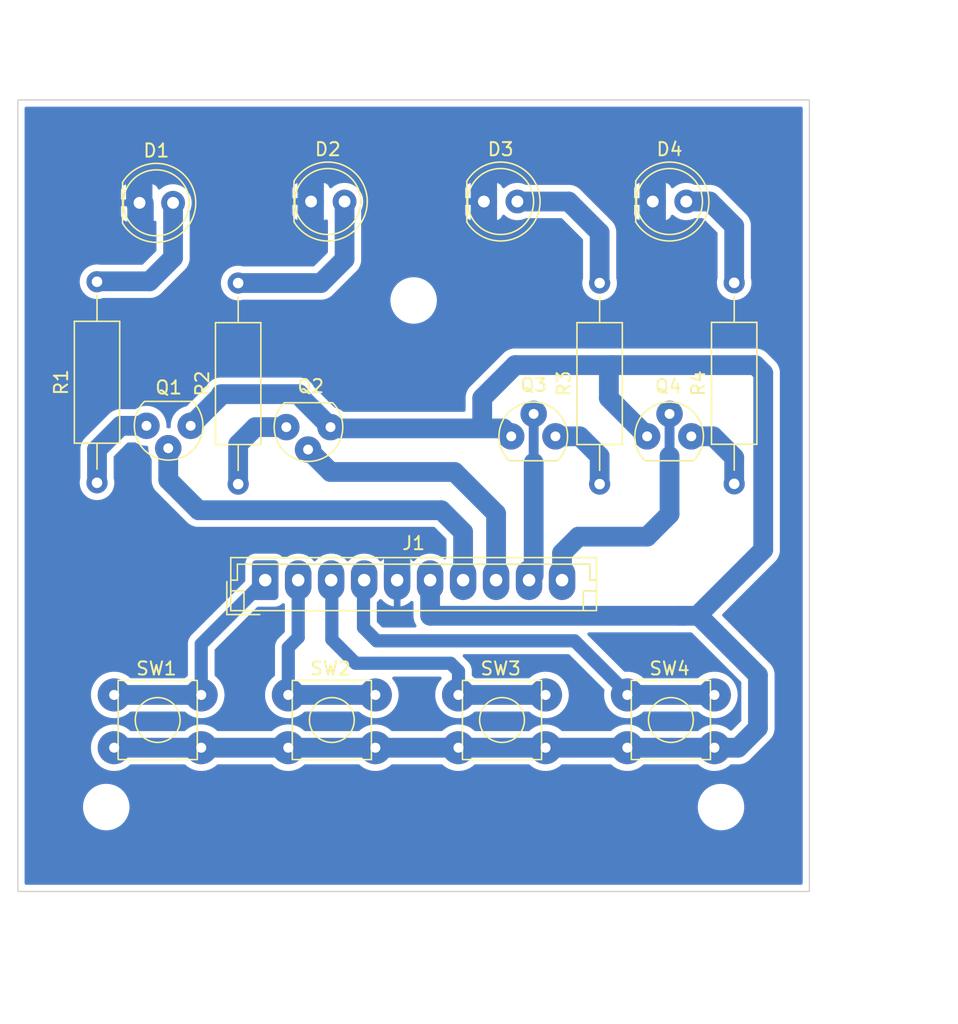
<source format=kicad_pcb>
(kicad_pcb (version 20211014) (generator pcbnew)
  (layers (0 "F.Cu" signal) (31 "B.Cu" signal) (34 "B.Paste" user) (35 "F.Paste" user) (36 "B.SilkS" user "B.Silkscreen") (37 "F.SilkS" user "F.Silkscreen") (38 "B.Mask" user) (39 "F.Mask" user) (44 "Edge.Cuts" user))
  (net 0 "")
  (net 1 "GND")
  (net 2 "Net-(D1-Pad2)")
  (net 3 "Net-(D2-Pad2)")
  (net 4 "Net-(D3-Pad2)")
  (net 5 "Net-(D4-Pad2)")
  (net 6 "Net-(J1-Pad1)")
  (net 7 "Net-(J1-Pad2)")
  (net 8 "Net-(J1-Pad7)")
  (net 9 "Net-(J1-Pad3)")
  (net 10 "Net-(J1-Pad4)")
  (net 11 "Net-(J1-Pad6)")
  (net 12 "Net-(J1-Pad8)")
  (net 13 "Net-(J1-Pad9)")
  (net 14 "Net-(J1-Pad10)")
  (net 15 "Net-(Q1-Pad3)")
  (net 16 "Net-(Q2-Pad3)")
  (net 17 "Net-(Q3-Pad3)")
  (net 18 "Net-(Q4-Pad3)")
  (footprint "MountingHole:MountingHole_2.5mm" (layer "F.Cu") (at 106.7 121)
    (fp_text reference "REF**")
    (fp_text value "MountingHole_2.5mm")
    (pad "" np_thru_hole circle (at 0 0) (size 2.5 2.5) (drill 2.5) (layers *.Cu *.Mask))
  )
  (footprint "LED_THT:LED_D5.0mm_Clear" (layer "F.Cu") (at 135.325 75.1)
    (fp_text reference "D3" (at 1.27 -3.96) (layer "F.SilkS"))
    (fp_text value "LED_Small")
    (fp_line (start -1.29 -1.545) (end -1.29 1.545) (layer "F.SilkS") (width 0.12))
    (fp_arc (start -1.29 -1.54483) (mid 2.072002 -2.880433) (end 4.26 0.000462) (layer "F.SilkS") (width 0.12))
    (fp_arc (start 4.26 -0.000462) (mid 2.072002 2.880433) (end -1.29 1.54483) (layer "F.SilkS") (width 0.12))
    (fp_circle (center 1.27 0) (end 3.77 0) (layer "F.SilkS") (width 0.12) (fill none))
    (pad "1" thru_hole rect (at 0 0) (size 1.8 1.8) (drill 0.9) (layers *.Cu *.Mask) (net 1 "GND"))
    (pad "2" thru_hole circle (at 2.54 0) (size 1.8 1.8) (drill 0.9) (layers *.Cu *.Mask) (net 4 "Net-(D3-Pad2)"))
  )
  (footprint "Resistor_THT:R_Axial_DIN0309_L9.0mm_D3.2mm_P15.24mm_Horizontal" (layer "F.Cu") (at 106 96.42 90)
    (fp_text reference "R1" (at 7.62 -2.72 90) (layer "F.SilkS"))
    (fp_text value "820")
    (fp_line (start 14.2 0) (end 12.24 0) (layer "F.SilkS") (width 0.12))
    (fp_line (start 12.24 -1.72) (end 3 -1.72) (layer "F.SilkS") (width 0.12))
    (fp_line (start 12.24 1.72) (end 12.24 -1.72) (layer "F.SilkS") (width 0.12))
    (fp_line (start 1.04 0) (end 3 0) (layer "F.SilkS") (width 0.12))
    (fp_line (start 3 -1.72) (end 3 1.72) (layer "F.SilkS") (width 0.12))
    (fp_line (start 3 1.72) (end 12.24 1.72) (layer "F.SilkS") (width 0.12))
    (pad "1" thru_hole circle (at 0 0 90) (size 1.6 1.6) (drill 0.8) (layers *.Cu *.Mask) (net 15 "Net-(Q1-Pad3)"))
    (pad "2" thru_hole oval (at 15.24 0 90) (size 1.6 1.6) (drill 0.8) (layers *.Cu *.Mask) (net 2 "Net-(D1-Pad2)"))
  )
  (footprint "Tact_switch:Tact_switch 6x6" (layer "F.Cu") (at 123.8 114.4 180)
    (fp_text reference "SW2" (at 0.1 3.9 unlocked) (layer "F.SilkS"))
    (fp_text value "SW_MEC_5E")
    (fp_rect (start -3 -3) (end 3 3) (layer "F.SilkS") (width 0.12) (fill none))
    (fp_circle (center 0 0) (end 1.7 0) (layer "F.SilkS") (width 0.12) (fill none))
    (pad "1" thru_hole circle (at -3.3 -2.1 180) (size 2.5 2.5) (drill 0.762) (layers *.Cu *.Mask) (net 11 "Net-(J1-Pad6)"))
    (pad "2" thru_hole circle (at 3.3 -2.1 180) (size 2.5 2.5) (drill 0.762) (layers *.Cu *.Mask) (net 11 "Net-(J1-Pad6)"))
    (pad "3" thru_hole circle (at -3.3 1.9 180) (size 2.5 2.5) (drill 0.762) (layers *.Cu *.Mask) (net 7 "Net-(J1-Pad2)"))
    (pad "4" thru_hole circle (at 3.3 1.9 180) (size 2.5 2.5) (drill 0.762) (layers *.Cu *.Mask) (net 7 "Net-(J1-Pad2)"))
  )
  (footprint "LED_THT:LED_D5.0mm_Clear" (layer "F.Cu") (at 109.225 75.2)
    (fp_text reference "D1" (at 1.27 -3.96) (layer "F.SilkS"))
    (fp_text value "LED_Small")
    (fp_line (start -1.29 -1.545) (end -1.29 1.545) (layer "F.SilkS") (width 0.12))
    (fp_arc (start -1.29 -1.54483) (mid 2.072002 -2.880433) (end 4.26 0.000462) (layer "F.SilkS") (width 0.12))
    (fp_arc (start 4.26 -0.000462) (mid 2.072002 2.880433) (end -1.29 1.54483) (layer "F.SilkS") (width 0.12))
    (fp_circle (center 1.27 0) (end 3.77 0) (layer "F.SilkS") (width 0.12) (fill none))
    (pad "1" thru_hole rect (at 0 0) (size 1.8 1.8) (drill 0.9) (layers *.Cu *.Mask) (net 1 "GND"))
    (pad "2" thru_hole circle (at 2.54 0) (size 1.8 1.8) (drill 0.9) (layers *.Cu *.Mask) (net 2 "Net-(D1-Pad2)"))
  )
  (footprint "Resistor_THT:R_Axial_DIN0309_L9.0mm_D3.2mm_P15.24mm_Horizontal" (layer "F.Cu") (at 116.7 96.52 90)
    (fp_text reference "R2" (at 7.62 -2.72 90) (layer "F.SilkS"))
    (fp_text value "820")
    (fp_line (start 12.24 -1.72) (end 3 -1.72) (layer "F.SilkS") (width 0.12))
    (fp_line (start 12.24 1.72) (end 12.24 -1.72) (layer "F.SilkS") (width 0.12))
    (fp_line (start 14.2 0) (end 12.24 0) (layer "F.SilkS") (width 0.12))
    (fp_line (start 1.04 0) (end 3 0) (layer "F.SilkS") (width 0.12))
    (fp_line (start 3 1.72) (end 12.24 1.72) (layer "F.SilkS") (width 0.12))
    (fp_line (start 3 -1.72) (end 3 1.72) (layer "F.SilkS") (width 0.12))
    (pad "1" thru_hole circle (at 0 0 90) (size 1.6 1.6) (drill 0.8) (layers *.Cu *.Mask) (net 16 "Net-(Q2-Pad3)"))
    (pad "2" thru_hole oval (at 15.24 0 90) (size 1.6 1.6) (drill 0.8) (layers *.Cu *.Mask) (net 3 "Net-(D2-Pad2)"))
  )
  (footprint "Tranzystory:TO-92" (layer "F.Cu") (at 112.7 92.1 180)
    (fp_text reference "Q1" (at 1.27 2.9) (layer "F.SilkS"))
    (fp_text value "BC237")
    (fp_line (start -0.53 1.85) (end 3.07 1.85) (layer "F.SilkS") (width 0.12))
    (fp_arc (start 1.27 -2.6) (mid 3.672087 -0.994977) (end 3.108478 1.838478) (layer "F.SilkS") (width 0.12))
    (fp_arc (start -0.568478 1.838478) (mid -1.132087 -0.994977) (end 1.27 -2.6) (layer "F.SilkS") (width 0.12))
    (pad "1" thru_hole circle (at -0.4 0 180) (size 2 2) (drill 0.75) (layers *.Cu *.Mask) (net 11 "Net-(J1-Pad6)"))
    (pad "2" thru_hole circle (at 1.3 -1.7 180) (size 2 2) (drill 0.75) (layers *.Cu *.Mask) (net 8 "Net-(J1-Pad7)"))
    (pad "3" thru_hole circle (at 2.95 0 180) (size 2 2) (drill 0.75) (layers *.Cu *.Mask) (net 15 "Net-(Q1-Pad3)"))
  )
  (footprint "LED_THT:LED_D5.0mm_Clear" (layer "F.Cu") (at 148.125 75.1)
    (fp_text reference "D4" (at 1.27 -3.96) (layer "F.SilkS"))
    (fp_text value "LED_Small")
    (fp_line (start -1.29 -1.545) (end -1.29 1.545) (layer "F.SilkS") (width 0.12))
    (fp_arc (start -1.29 -1.54483) (mid 2.072002 -2.880433) (end 4.26 0.000462) (layer "F.SilkS") (width 0.12))
    (fp_arc (start 4.26 -0.000462) (mid 2.072002 2.880433) (end -1.29 1.54483) (layer "F.SilkS") (width 0.12))
    (fp_circle (center 1.27 0) (end 3.77 0) (layer "F.SilkS") (width 0.12) (fill none))
    (pad "1" thru_hole rect (at 0 0) (size 1.8 1.8) (drill 0.9) (layers *.Cu *.Mask) (net 1 "GND"))
    (pad "2" thru_hole circle (at 2.54 0) (size 1.8 1.8) (drill 0.9) (layers *.Cu *.Mask) (net 5 "Net-(D4-Pad2)"))
  )
  (footprint "Resistor_THT:R_Axial_DIN0309_L9.0mm_D3.2mm_P15.24mm_Horizontal" (layer "F.Cu") (at 154.3 96.5 90)
    (fp_text reference "R4" (at 7.62 -2.72 90) (layer "F.SilkS"))
    (fp_text value "820")
    (fp_line (start 1.04 0) (end 3 0) (layer "F.SilkS") (width 0.12))
    (fp_line (start 3 1.72) (end 12.24 1.72) (layer "F.SilkS") (width 0.12))
    (fp_line (start 12.24 -1.72) (end 3 -1.72) (layer "F.SilkS") (width 0.12))
    (fp_line (start 14.2 0) (end 12.24 0) (layer "F.SilkS") (width 0.12))
    (fp_line (start 3 -1.72) (end 3 1.72) (layer "F.SilkS") (width 0.12))
    (fp_line (start 12.24 1.72) (end 12.24 -1.72) (layer "F.SilkS") (width 0.12))
    (pad "1" thru_hole circle (at 0 0 90) (size 1.6 1.6) (drill 0.8) (layers *.Cu *.Mask) (net 18 "Net-(Q4-Pad3)"))
    (pad "2" thru_hole oval (at 15.24 0 90) (size 1.6 1.6) (drill 0.8) (layers *.Cu *.Mask) (net 5 "Net-(D4-Pad2)"))
  )
  (footprint "MountingHole:MountingHole_2.5mm" (layer "F.Cu") (at 130 82.6)
    (fp_text reference "REF**")
    (fp_text value "MountingHole_2.5mm")
    (pad "" np_thru_hole circle (at 0 0) (size 2.5 2.5) (drill 2.5) (layers *.Cu *.Mask))
  )
  (footprint "Tact_switch:Tact_switch 6x6" (layer "F.Cu") (at 110.6 114.4 180)
    (fp_text reference "SW1" (at 0.1 3.9 unlocked) (layer "F.SilkS"))
    (fp_text value "SW_MEC_5E")
    (fp_rect (start -3 -3) (end 3 3) (layer "F.SilkS") (width 0.12) (fill none))
    (fp_circle (center 0 0) (end 1.7 0) (layer "F.SilkS") (width 0.12) (fill none))
    (pad "1" thru_hole circle (at -3.3 -2.1 180) (size 2.5 2.5) (drill 0.762) (layers *.Cu *.Mask) (net 11 "Net-(J1-Pad6)"))
    (pad "2" thru_hole circle (at 3.3 -2.1 180) (size 2.5 2.5) (drill 0.762) (layers *.Cu *.Mask) (net 11 "Net-(J1-Pad6)"))
    (pad "3" thru_hole circle (at -3.3 1.9 180) (size 2.5 2.5) (drill 0.762) (layers *.Cu *.Mask) (net 6 "Net-(J1-Pad1)"))
    (pad "4" thru_hole circle (at 3.3 1.9 180) (size 2.5 2.5) (drill 0.762) (layers *.Cu *.Mask) (net 6 "Net-(J1-Pad1)"))
  )
  (footprint "Tranzystory:TO-92" (layer "F.Cu") (at 148.1 92.9)
    (fp_text reference "Q4" (at 1.2 -3.8) (layer "F.SilkS"))
    (fp_text value "BC237")
    (fp_line (start -0.53 1.85) (end 3.07 1.85) (layer "F.SilkS") (width 0.12))
    (fp_arc (start 1.27 -2.6) (mid 3.672087 -0.994977) (end 3.108478 1.838478) (layer "F.SilkS") (width 0.12))
    (fp_arc (start -0.568478 1.838478) (mid -1.132087 -0.994977) (end 1.27 -2.6) (layer "F.SilkS") (width 0.12))
    (pad "1" thru_hole circle (at -0.4 0) (size 2 2) (drill 0.75) (layers *.Cu *.Mask) (net 11 "Net-(J1-Pad6)"))
    (pad "2" thru_hole circle (at 1.3 -1.7) (size 2 2) (drill 0.75) (layers *.Cu *.Mask) (net 14 "Net-(J1-Pad10)"))
    (pad "3" thru_hole circle (at 2.95 0) (size 2 2) (drill 0.75) (layers *.Cu *.Mask) (net 18 "Net-(Q4-Pad3)"))
  )
  (footprint "Resistor_THT:R_Axial_DIN0309_L9.0mm_D3.2mm_P15.24mm_Horizontal" (layer "F.Cu") (at 144.1 96.52 90)
    (fp_text reference "R3" (at 7.62 -2.72 90) (layer "F.SilkS"))
    (fp_text value "820")
    (fp_line (start 12.24 1.72) (end 12.24 -1.72) (layer "F.SilkS") (width 0.12))
    (fp_line (start 3 -1.72) (end 3 1.72) (layer "F.SilkS") (width 0.12))
    (fp_line (start 12.24 -1.72) (end 3 -1.72) (layer "F.SilkS") (width 0.12))
    (fp_line (start 1.04 0) (end 3 0) (layer "F.SilkS") (width 0.12))
    (fp_line (start 14.2 0) (end 12.24 0) (layer "F.SilkS") (width 0.12))
    (fp_line (start 3 1.72) (end 12.24 1.72) (layer "F.SilkS") (width 0.12))
    (pad "1" thru_hole circle (at 0 0 90) (size 1.6 1.6) (drill 0.8) (layers *.Cu *.Mask) (net 17 "Net-(Q3-Pad3)"))
    (pad "2" thru_hole oval (at 15.24 0 90) (size 1.6 1.6) (drill 0.8) (layers *.Cu *.Mask) (net 4 "Net-(D3-Pad2)"))
  )
  (footprint "Tranzystory:TO-92" (layer "F.Cu") (at 137.8 92.9)
    (fp_text reference "Q3" (at 1.3 -3.9) (layer "F.SilkS"))
    (fp_text value "BC237")
    (fp_line (start -0.53 1.85) (end 3.07 1.85) (layer "F.SilkS") (width 0.12))
    (fp_arc (start 1.27 -2.6) (mid 3.672087 -0.994977) (end 3.108478 1.838478) (layer "F.SilkS") (width 0.12))
    (fp_arc (start -0.568478 1.838478) (mid -1.132087 -0.994977) (end 1.27 -2.6) (layer "F.SilkS") (width 0.12))
    (pad "1" thru_hole circle (at -0.4 0) (size 2 2) (drill 0.75) (layers *.Cu *.Mask) (net 11 "Net-(J1-Pad6)"))
    (pad "2" thru_hole circle (at 1.3 -1.7) (size 2 2) (drill 0.75) (layers *.Cu *.Mask) (net 13 "Net-(J1-Pad9)"))
    (pad "3" thru_hole circle (at 2.95 0) (size 2 2) (drill 0.75) (layers *.Cu *.Mask) (net 17 "Net-(Q3-Pad3)"))
  )
  (footprint "Tact_switch:Tact_switch 6x6" (layer "F.Cu") (at 149.5 114.4 180)
    (fp_text reference "SW4" (at 0.1 3.9 unlocked) (layer "F.SilkS"))
    (fp_text value "SW_MEC_5E")
    (fp_rect (start -3 -3) (end 3 3) (layer "F.SilkS") (width 0.12) (fill none))
    (fp_circle (center 0 0) (end 1.7 0) (layer "F.SilkS") (width 0.12) (fill none))
    (pad "1" thru_hole circle (at -3.3 -2.1 180) (size 2.5 2.5) (drill 0.762) (layers *.Cu *.Mask) (net 11 "Net-(J1-Pad6)"))
    (pad "2" thru_hole circle (at 3.3 -2.1 180) (size 2.5 2.5) (drill 0.762) (layers *.Cu *.Mask) (net 11 "Net-(J1-Pad6)"))
    (pad "3" thru_hole circle (at -3.3 1.9 180) (size 2.5 2.5) (drill 0.762) (layers *.Cu *.Mask) (net 10 "Net-(J1-Pad4)"))
    (pad "4" thru_hole circle (at 3.3 1.9 180) (size 2.5 2.5) (drill 0.762) (layers *.Cu *.Mask) (net 10 "Net-(J1-Pad4)"))
  )
  (footprint "MountingHole:MountingHole_2.5mm" (layer "F.Cu") (at 153.3 121)
    (fp_text reference "REF**")
    (fp_text value "MountingHole_2.5mm")
    (pad "" np_thru_hole circle (at 0 0) (size 2.5 2.5) (drill 2.5) (layers *.Cu *.Mask))
  )
  (footprint "LED_THT:LED_D5.0mm_Clear" (layer "F.Cu") (at 122.225 75.1)
    (fp_text reference "D2" (at 1.27 -3.96) (layer "F.SilkS"))
    (fp_text value "LED_Small")
    (fp_line (start -1.29 -1.545) (end -1.29 1.545) (layer "F.SilkS") (width 0.12))
    (fp_arc (start 4.26 -0.000462) (mid 2.072002 2.880433) (end -1.29 1.54483) (layer "F.SilkS") (width 0.12))
    (fp_arc (start -1.29 -1.54483) (mid 2.072002 -2.880433) (end 4.26 0.000462) (layer "F.SilkS") (width 0.12))
    (fp_circle (center 1.27 0) (end 3.77 0) (layer "F.SilkS") (width 0.12) (fill none))
    (pad "1" thru_hole rect (at 0 0) (size 1.8 1.8) (drill 0.9) (layers *.Cu *.Mask) (net 1 "GND"))
    (pad "2" thru_hole circle (at 2.54 0) (size 1.8 1.8) (drill 0.9) (layers *.Cu *.Mask) (net 3 "Net-(D2-Pad2)"))
  )
  (footprint "Gniazda:JST_EH_B10B-EH-A_1x10_P2.50mm_Vertical" (layer "F.Cu") (at 118.75 103.8)
    (fp_text reference "J1" (at 11.25 -2.8) (layer "F.SilkS"))
    (fp_text value "Conn_01x10_Female")
    (fp_line (start -2.11 0) (end -2.11 -1.21) (layer "F.SilkS") (width 0.12))
    (fp_line (start -2.61 0) (end -2.11 0) (layer "F.SilkS") (width 0.12))
    (fp_line (start -1.61 0.81) (end -1.61 2.31) (layer "F.SilkS") (width 0.12))
    (fp_line (start -2.11 -1.21) (end 24.61 -1.21) (layer "F.SilkS") (width 0.12))
    (fp_line (start -2.91 0.11) (end -2.91 2.61) (layer "F.SilkS") (width 0.12))
    (fp_line (start 25.11 2.31) (end 25.11 -1.71) (layer "F.SilkS") (width 0.12))
    (fp_line (start 25.11 0.81) (end 24.11 0.81) (layer "F.SilkS") (width 0.12))
    (fp_line (start 25.11 -1.71) (end -2.61 -1.71) (layer "F.SilkS") (width 0.12))
    (fp_line (start -2.61 -1.71) (end -2.61 2.31) (layer "F.SilkS") (width 0.12))
    (fp_line (start 24.11 0.81) (end 24.11 2.31) (layer "F.SilkS") (width 0.12))
    (fp_line (start 24.61 0) (end 25.11 0) (layer "F.SilkS") (width 0.12))
    (fp_line (start -2.91 2.61) (end -0.41 2.61) (layer "F.SilkS") (width 0.12))
    (fp_line (start -2.61 2.31) (end 25.11 2.31) (layer "F.SilkS") (width 0.12))
    (fp_line (start -2.61 0.81) (end -1.61 0.81) (layer "F.SilkS") (width 0.12))
    (fp_line (start 24.61 -1.21) (end 24.61 0) (layer "F.SilkS") (width 0.12))
    (pad "1" thru_hole roundrect (at 0 0) (size 2 3) (drill 0.95) (layers *.Cu *.Mask) (roundrect_rratio 0.147059) (net 6 "Net-(J1-Pad1)"))
    (pad "2" thru_hole oval (at 2.5 0) (size 2 3) (drill 0.95) (layers *.Cu *.Mask) (net 7 "Net-(J1-Pad2)"))
    (pad "3" thru_hole oval (at 5 0) (size 2 3) (drill 0.95) (layers *.Cu *.Mask) (net 9 "Net-(J1-Pad3)"))
    (pad "4" thru_hole oval (at 7.5 0) (size 2 3) (drill 0.95) (layers *.Cu *.Mask) (net 10 "Net-(J1-Pad4)"))
    (pad "5" thru_hole oval (at 10 0) (size 2 3) (drill 0.95) (layers *.Cu *.Mask) (net 1 "GND"))
    (pad "6" thru_hole oval (at 12.5 0) (size 2 3) (drill 0.95) (layers *.Cu *.Mask) (net 11 "Net-(J1-Pad6)"))
    (pad "7" thru_hole oval (at 15 0) (size 2 3) (drill 0.95) (layers *.Cu *.Mask) (net 8 "Net-(J1-Pad7)"))
    (pad "8" thru_hole oval (at 17.5 0) (size 2 3) (drill 0.95) (layers *.Cu *.Mask) (net 12 "Net-(J1-Pad8)"))
    (pad "9" thru_hole oval (at 20 0) (size 2 3) (drill 0.95) (layers *.Cu *.Mask) (net 13 "Net-(J1-Pad9)"))
    (pad "10" thru_hole oval (at 22.5 0) (size 2 3) (drill 0.95) (layers *.Cu *.Mask) (net 14 "Net-(J1-Pad10)"))
  )
  (footprint "Tranzystory:TO-92" (layer "F.Cu") (at 123.3 92.2 180)
    (fp_text reference "Q2" (at 1.1 3.1) (layer "F.SilkS"))
    (fp_text value "BC237")
    (fp_line (start -0.53 1.85) (end 3.07 1.85) (layer "F.SilkS") (width 0.12))
    (fp_arc (start 1.27 -2.6) (mid 3.672087 -0.994977) (end 3.108478 1.838478) (layer "F.SilkS") (width 0.12))
    (fp_arc (start -0.568478 1.838478) (mid -1.132087 -0.994977) (end 1.27 -2.6) (layer "F.SilkS") (width 0.12))
    (pad "1" thru_hole circle (at -0.4 0 180) (size 2 2) (drill 0.75) (layers *.Cu *.Mask) (net 11 "Net-(J1-Pad6)"))
    (pad "2" thru_hole circle (at 1.3 -1.7 180) (size 2 2) (drill 0.75) (layers *.Cu *.Mask) (net 12 "Net-(J1-Pad8)"))
    (pad "3" thru_hole circle (at 2.95 0 180) (size 2 2) (drill 0.75) (layers *.Cu *.Mask) (net 16 "Net-(Q2-Pad3)"))
  )
  (footprint "Tact_switch:Tact_switch 6x6" (layer "F.Cu") (at 136.7 114.4 180)
    (fp_text reference "SW3" (at 0.1 3.9 unlocked) (layer "F.SilkS"))
    (fp_text value "SW_MEC_5E")
    (fp_rect (start -3 -3) (end 3 3) (layer "F.SilkS") (width 0.12) (fill none))
    (fp_circle (center 0 0) (end 1.7 0) (layer "F.SilkS") (width 0.12) (fill none))
    (pad "1" thru_hole circle (at -3.3 -2.1 180) (size 2.5 2.5) (drill 0.762) (layers *.Cu *.Mask) (net 11 "Net-(J1-Pad6)"))
    (pad "2" thru_hole circle (at 3.3 -2.1 180) (size 2.5 2.5) (drill 0.762) (layers *.Cu *.Mask) (net 11 "Net-(J1-Pad6)"))
    (pad "3" thru_hole circle (at -3.3 1.9 180) (size 2.5 2.5) (drill 0.762) (layers *.Cu *.Mask) (net 9 "Net-(J1-Pad3)"))
    (pad "4" thru_hole circle (at 3.3 1.9 180) (size 2.5 2.5) (drill 0.762) (layers *.Cu *.Mask) (net 9 "Net-(J1-Pad3)"))
  )
  (gr_rect (start 100 67.4) (end 160 127.4) (layer "Edge.Cuts") (width 0.1) (fill none))
  (segment (start 128.75 101.25) (end 128.7 101.2) (width 1.5) (layer "B.Cu") (net 1))
  (segment (start 122.2 73) (end 122.2 75.075) (width 2) (layer "B.Cu") (net 1))
  (segment (start 109.3 77) (end 109.3 75.275) (width 2) (layer "B.Cu") (net 1))
  (segment (start 135.325 75.1) (end 135.325 73.125) (width 2) (layer "B.Cu") (net 1))
  (segment (start 122.2 76.7) (end 122.2 75.125) (width 2) (layer "B.Cu") (net 1))
  (segment (start 148.125 75.1) (end 148.125 73.225) (width 2) (layer "B.Cu") (net 1))
  (segment (start 109.3 75.275) (end 109.225 75.2) (width 1.5) (layer "B.Cu") (net 1))
  (segment (start 128.75 103.8) (end 128.75 101.25) (width 2) (layer "B.Cu") (net 1))
  (segment (start 109.2 73.6) (end 109.2 75.175) (width 2) (layer "B.Cu") (net 1))
  (segment (start 135.325 75.1) (end 135.325 76.775) (width 2) (layer "B.Cu") (net 1))
  (segment (start 148.125 75.1) (end 148.125 76.775) (width 2) (layer "B.Cu") (net 1))
  (segment (start 148.1 76.8) (end 148.125 76.775) (width 1.5) (layer "B.Cu") (net 1))
  (segment (start 135.325 73.125) (end 135.3 73.1) (width 1.5) (layer "B.Cu") (net 1))
  (segment (start 122.2 75.075) (end 122.225 75.1) (width 1.5) (layer "B.Cu") (net 1))
  (segment (start 122.2 75.125) (end 122.225 75.1) (width 1.5) (layer "B.Cu") (net 1))
  (segment (start 109.2 75.175) (end 109.225 75.2) (width 1.5) (layer "B.Cu") (net 1))
  (segment (start 106 81.18) (end 106.03 81.15) (width 1) (layer "B.Cu") (net 2))
  (segment (start 109.98 81.15) (end 111.765 79.365) (width 1.5) (layer "B.Cu") (net 2))
  (segment (start 106.03 81.15) (end 109.98 81.15) (width 1.5) (layer "B.Cu") (net 2))
  (segment (start 111.765 79.365) (end 111.765 75.2) (width 1.5) (layer "B.Cu") (net 2))
  (segment (start 122.97 81.28) (end 124.765 79.485) (width 1.5) (layer "B.Cu") (net 3))
  (segment (start 116.7 81.28) (end 122.97 81.28) (width 1.5) (layer "B.Cu") (net 3))
  (segment (start 124.765 79.485) (end 124.765 75.1) (width 1.5) (layer "B.Cu") (net 3))
  (segment (start 144.1 77.45) (end 144.1 81.28) (width 1.5) (layer "B.Cu") (net 4))
  (segment (start 141.75 75.1) (end 144.1 77.45) (width 1.5) (layer "B.Cu") (net 4))
  (segment (start 137.865 75.1) (end 141.75 75.1) (width 1.5) (layer "B.Cu") (net 4))
  (segment (start 154.3 76.95) (end 154.3 81.26) (width 1.5) (layer "B.Cu") (net 5))
  (segment (start 152.45 75.1) (end 154.3 76.95) (width 1.5) (layer "B.Cu") (net 5))
  (segment (start 150.665 75.1) (end 152.45 75.1) (width 1.5) (layer "B.Cu") (net 5))
  (segment (start 118.75 103.8) (end 113.9 108.65) (width 1) (layer "B.Cu") (net 6))
  (segment (start 107.3 112.5) (end 113.9 112.5) (width 1.5) (layer "B.Cu") (net 6))
  (segment (start 113.9 108.65) (end 113.9 112.5) (width 1) (layer "B.Cu") (net 6))
  (segment (start 121.25 103.8) (end 121.25 108.15) (width 1) (layer "B.Cu") (net 7))
  (segment (start 120.5 112.5) (end 127.1 112.5) (width 1.5) (layer "B.Cu") (net 7))
  (segment (start 121.25 108.15) (end 120.5 108.9) (width 1) (layer "B.Cu") (net 7))
  (segment (start 120.5 108.9) (end 120.5 112.5) (width 1) (layer "B.Cu") (net 7))
  (segment (start 111.4 96.2) (end 111.4 93.8) (width 1.5) (layer "B.Cu") (net 8))
  (segment (start 132.1 98.5) (end 113.7 98.5) (width 1.5) (layer "B.Cu") (net 8))
  (segment (start 133.75 100.15) (end 132.1 98.5) (width 1.5) (layer "B.Cu") (net 8))
  (segment (start 133.75 103.8) (end 133.75 100.15) (width 1.5) (layer "B.Cu") (net 8))
  (segment (start 113.7 98.5) (end 111.4 96.2) (width 1.5) (layer "B.Cu") (net 8))
  (segment (start 133.4 110.7) (end 133.4 112.5) (width 1) (layer "B.Cu") (net 9))
  (segment (start 123.75 103.8) (end 123.8 103.85) (width 1) (layer "B.Cu") (net 9))
  (segment (start 123.8 108.3) (end 125.6 110.1) (width 1) (layer "B.Cu") (net 9))
  (segment (start 123.8 103.85) (end 123.8 108.3) (width 1) (layer "B.Cu") (net 9))
  (segment (start 133.4 112.5) (end 140 112.5) (width 1.5) (layer "B.Cu") (net 9))
  (segment (start 132.8 110.1) (end 133.4 110.7) (width 1) (layer "B.Cu") (net 9))
  (segment (start 125.6 110.1) (end 132.8 110.1) (width 1) (layer "B.Cu") (net 9))
  (segment (start 142.2 108.4) (end 146.2 112.4) (width 1) (layer "B.Cu") (net 10))
  (segment (start 146.2 112.5) (end 152.8 112.5) (width 1.5) (layer "B.Cu") (net 10))
  (segment (start 126.2 107.4) (end 127.2 108.4) (width 1) (layer "B.Cu") (net 10))
  (segment (start 126.25 103.8) (end 126.2 103.85) (width 1) (layer "B.Cu") (net 10))
  (segment (start 126.2 103.85) (end 126.2 107.4) (width 1) (layer "B.Cu") (net 10))
  (segment (start 146.2 112.4) (end 146.2 112.5) (width 1) (layer "B.Cu") (net 10))
  (segment (start 127.2 108.4) (end 142.2 108.4) (width 1) (layer "B.Cu") (net 10))
  (segment (start 156.5 88.1) (end 156.5 101.5) (width 1.5) (layer "B.Cu") (net 11))
  (segment (start 115.4 89.7) (end 121.3 89.7) (width 1.5) (layer "B.Cu") (net 11))
  (segment (start 154.6 116.5) (end 152.8 116.5) (width 1.5) (layer "B.Cu") (net 11))
  (segment (start 137.7 87.5) (end 145 87.5) (width 1.5) (layer "B.Cu") (net 11))
  (segment (start 144.8 87.7) (end 145 87.5) (width 1) (layer "B.Cu") (net 11))
  (segment (start 131.3 106.5) (end 150.5 106.5) (width 1.5) (layer "B.Cu") (net 11))
  (segment (start 127.1 116.5) (end 133.4 116.5) (width 1.5) (layer "B.Cu") (net 11))
  (segment (start 120.5 116.5) (end 107.3 116.5) (width 1.5) (layer "B.Cu") (net 11))
  (segment (start 120.5 116.5) (end 127.1 116.5) (width 1.5) (layer "B.Cu") (net 11))
  (segment (start 123.7 92.2) (end 123.8 92.3) (width 1.5) (layer "B.Cu") (net 11))
  (segment (start 121.6 90.1) (end 123.7 92.2) (width 1.5) (layer "B.Cu") (net 11))
  (segment (start 135.2 92) (end 135.2 90) (width 1.5) (layer "B.Cu") (net 11))
  (segment (start 146.2 116.5) (end 152.8 116.5) (width 1.5) (layer "B.Cu") (net 11))
  (segment (start 133.4 116.5) (end 140 116.5) (width 1.5) (layer "B.Cu") (net 11))
  (segment (start 144.8 90) (end 144.8 87.7) (width 1.5) (layer "B.Cu") (net 11))
  (segment (start 115.4 89.8) (end 115.4 89.7) (width 1) (layer "B.Cu") (net 11))
  (segment (start 150.1 106.5) (end 151.6 106.5) (width 1.5) (layer "B.Cu") (net 11))
  (segment (start 121.3 89.7) (end 121.6 90) (width 1) (layer "B.Cu") (net 11))
  (segment (start 156.1 115) (end 154.6 116.5) (width 1.5) (layer "B.Cu") (net 11))
  (segment (start 151.6 106.5) (end 156.1 111) (width 1.5) (layer "B.Cu") (net 11))
  (segment (start 155.9 87.5) (end 156.5 88.1) (width 1.5) (layer "B.Cu") (net 11))
  (segment (start 147.7 92.9) (end 144.8 90) (width 1.5) (layer "B.Cu") (net 11))
  (segment (start 113.1 92.1) (end 115.4 89.8) (width 1.5) (layer "B.Cu") (net 11))
  (segment (start 136.8 92.3) (end 137.4 92.9) (width 1.5) (layer "B.Cu") (net 11))
  (segment (start 156.5 101.5) (end 151.6 106.4) (width 1.5) (layer "B.Cu") (net 11))
  (segment (start 123.8 92.3) (end 136.8 92.3) (width 1.5) (layer "B.Cu") (net 11))
  (segment (start 156.1 111) (end 156.1 115) (width 1.5) (layer "B.Cu") (net 11))
  (segment (start 135.2 90) (end 137.7 87.5) (width 1.5) (layer "B.Cu") (net 11))
  (segment (start 140 116.5) (end 146.2 116.5) (width 1.5) (layer "B.Cu") (net 11))
  (segment (start 145 87.5) (end 155.9 87.5) (width 1.5) (layer "B.Cu") (net 11))
  (segment (start 137.4 92.6) (end 137.4 92.9) (width 1) (layer "B.Cu") (net 11))
  (segment (start 131.25 103.8) (end 131.25 106.5) (width 1.5) (layer "B.Cu") (net 11))
  (segment (start 121.6 90) (end 121.6 90.1) (width 1) (layer "B.Cu") (net 11))
  (segment (start 122 93.9) (end 123.7 95.6) (width 1.5) (layer "B.Cu") (net 12))
  (segment (start 123.7 95.6) (end 133.1 95.6) (width 1.5) (layer "B.Cu") (net 12))
  (segment (start 136.25 98.75) (end 136.25 103.8) (width 1.5) (layer "B.Cu") (net 12))
  (segment (start 133.1 95.6) (end 136.25 98.75) (width 1.5) (layer "B.Cu") (net 12))
  (segment (start 139.1 91.2) (end 139.1 94.9) (width 0.75) (layer "B.Cu") (net 13))
  (segment (start 139.1 103.45) (end 138.75 103.8) (width 1) (layer "B.Cu") (net 13))
  (segment (start 139.1 94.9) (end 139.1 103.45) (width 1.5) (layer "B.Cu") (net 13))
  (segment (start 142.5 100.5) (end 141.25 101.75) (width 1.5) (layer "B.Cu") (net 14))
  (segment (start 149.4 94.4) (end 149.4 98.8) (width 1.5) (layer "B.Cu") (net 14))
  (segment (start 149.4 91.2) (end 149.4 94.4) (width 0.75) (layer "B.Cu") (net 14))
  (segment (start 149.4 98.8) (end 147.7 100.5) (width 1.5) (layer "B.Cu") (net 14))
  (segment (start 147.7 100.5) (end 142.5 100.5) (width 1.5) (layer "B.Cu") (net 14))
  (segment (start 141.25 101.75) (end 141.25 103.8) (width 1.5) (layer "B.Cu") (net 14))
  (segment (start 107.8 92.1) (end 106 93.9) (width 1.5) (layer "B.Cu") (net 15))
  (segment (start 109.6 92.1) (end 107.8 92.1) (width 1.5) (layer "B.Cu") (net 15))
  (segment (start 106 93.9) (end 106 96.42) (width 1.5) (layer "B.Cu") (net 15))
  (segment (start 116.7 93.5) (end 116.7 96.52) (width 1.5) (layer "B.Cu") (net 16))
  (segment (start 120.2 92.2) (end 118 92.2) (width 1.5) (layer "B.Cu") (net 16))
  (segment (start 118 92.2) (end 116.7 93.5) (width 1.5) (layer "B.Cu") (net 16))
  (segment (start 142.6 92.9) (end 144.1 94.4) (width 1.5) (layer "B.Cu") (net 17))
  (segment (start 140.9 92.9) (end 142.6 92.9) (width 1.5) (layer "B.Cu") (net 17))
  (segment (start 144.1 94.4) (end 144.1 96.52) (width 1.5) (layer "B.Cu") (net 17))
  (segment (start 154.3 94.5) (end 154.3 96.5) (width 1.5) (layer "B.Cu") (net 18))
  (segment (start 151.2 92.9) (end 152.7 92.9) (width 1.5) (layer "B.Cu") (net 18))
  (segment (start 152.7 92.9) (end 154.3 94.5) (width 1.5) (layer "B.Cu") (net 18))
  (zone (net 1) (net_name "GND") (layer "B.Cu") (connect_pads (clearance 0.508)) (min_thickness 0.254) (fill yes (thermal_gap 0.508) (thermal_bridge_width 0.508) (smoothing fillet))
    (polygon (pts (xy 160.7 128) (xy 99.3 128.2) (xy 99.6 66.7) (xy 160.7 66.5)))
  )
)
</source>
